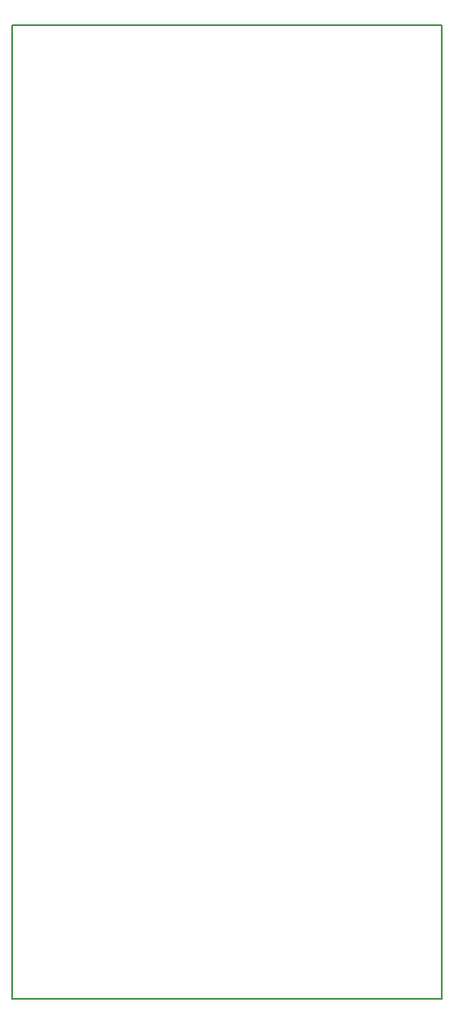
<source format=gko>
G04 start of page 4 for group 2 idx 2 *
G04 Title: 01.002.00.01.01.pcb, outline *
G04 Creator: pcb 4.2.0 *
G04 CreationDate: Sat Aug 10 16:27:16 2019 UTC *
G04 For: bert *
G04 Format: Gerber/RS-274X *
G04 PCB-Dimensions (mil): 1968.50 3937.01 *
G04 PCB-Coordinate-Origin: lower left *
%MOIN*%
%FSLAX25Y25*%
%LNGKO*%
%ADD33C,0.0080*%
G54D33*X9843Y383858D02*X175197D01*
X9843Y9842D02*Y383858D01*
X175197Y9842D02*X9843D01*
X175197Y383858D02*Y9843D01*
M02*

</source>
